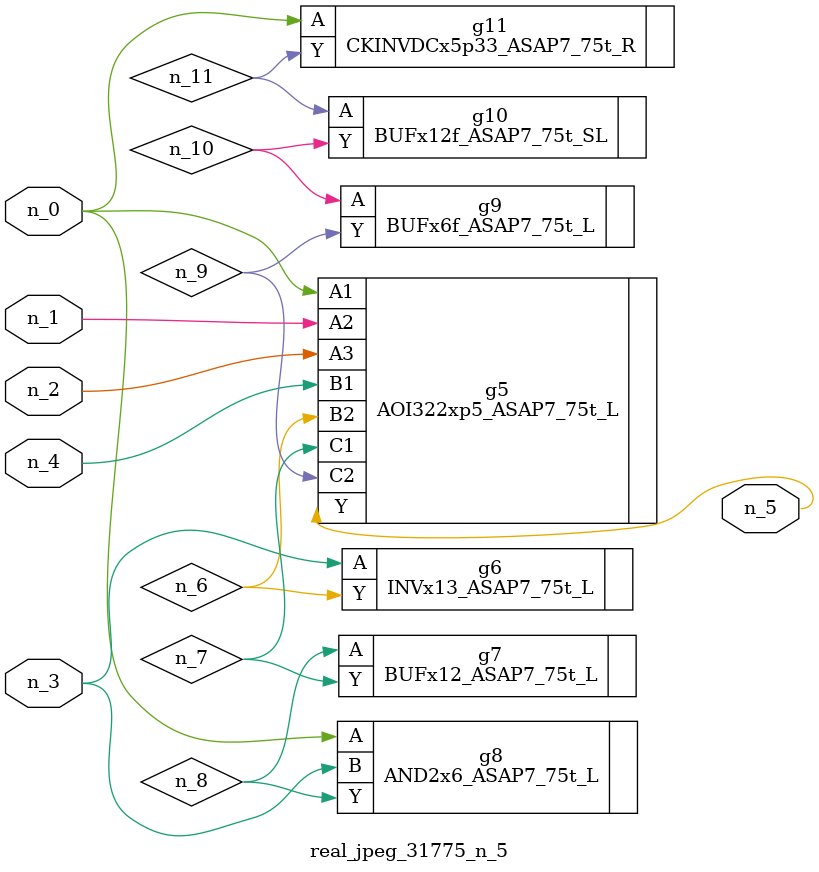
<source format=v>
module real_jpeg_31775_n_5 (n_4, n_0, n_1, n_2, n_3, n_5);

input n_4;
input n_0;
input n_1;
input n_2;
input n_3;

output n_5;

wire n_8;
wire n_11;
wire n_6;
wire n_7;
wire n_10;
wire n_9;

AOI322xp5_ASAP7_75t_L g5 ( 
.A1(n_0),
.A2(n_1),
.A3(n_2),
.B1(n_4),
.B2(n_6),
.C1(n_7),
.C2(n_9),
.Y(n_5)
);

AND2x6_ASAP7_75t_L g8 ( 
.A(n_0),
.B(n_3),
.Y(n_8)
);

CKINVDCx5p33_ASAP7_75t_R g11 ( 
.A(n_0),
.Y(n_11)
);

INVx13_ASAP7_75t_L g6 ( 
.A(n_3),
.Y(n_6)
);

BUFx12_ASAP7_75t_L g7 ( 
.A(n_8),
.Y(n_7)
);

BUFx6f_ASAP7_75t_L g9 ( 
.A(n_10),
.Y(n_9)
);

BUFx12f_ASAP7_75t_SL g10 ( 
.A(n_11),
.Y(n_10)
);


endmodule
</source>
